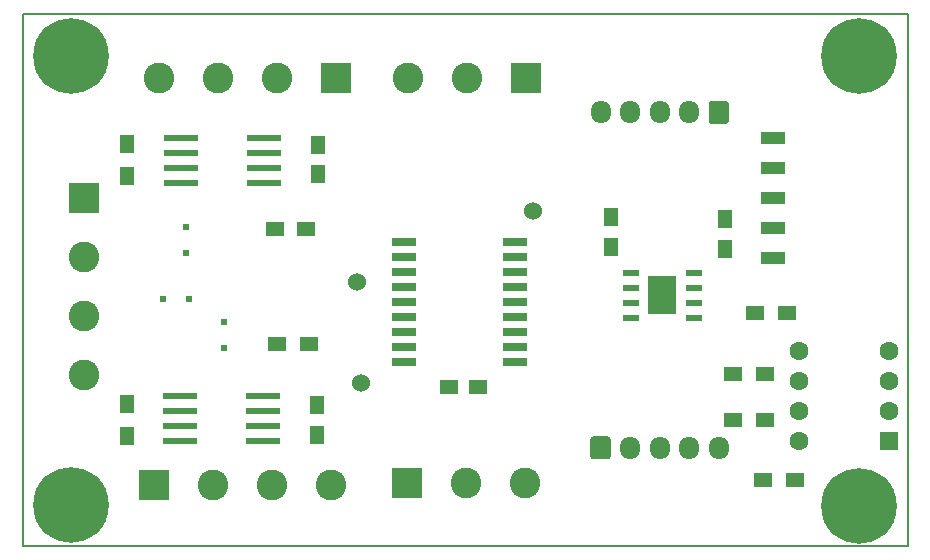
<source format=gbs>
G04 #@! TF.GenerationSoftware,KiCad,Pcbnew,(5.1.4)-1*
G04 #@! TF.CreationDate,2020-10-03T17:35:05-04:00*
G04 #@! TF.ProjectId,i2c_pancake,6932635f-7061-46e6-9361-6b652e6b6963,rev?*
G04 #@! TF.SameCoordinates,Original*
G04 #@! TF.FileFunction,Soldermask,Bot*
G04 #@! TF.FilePolarity,Negative*
%FSLAX46Y46*%
G04 Gerber Fmt 4.6, Leading zero omitted, Abs format (unit mm)*
G04 Created by KiCad (PCBNEW (5.1.4)-1) date 2020-10-03 17:35:05*
%MOMM*%
%LPD*%
G04 APERTURE LIST*
%ADD10C,0.150000*%
%ADD11R,2.413000X3.200400*%
%ADD12R,1.371600X0.482600*%
%ADD13R,0.500000X0.500000*%
%ADD14R,1.250000X1.500000*%
%ADD15R,1.500000X1.250000*%
%ADD16R,1.300000X1.500000*%
%ADD17R,1.500000X1.300000*%
%ADD18R,1.600000X1.600000*%
%ADD19C,1.600000*%
%ADD20R,3.000000X0.600000*%
%ADD21R,2.140000X0.740000*%
%ADD22C,2.600000*%
%ADD23R,2.600000X2.600000*%
%ADD24R,2.000000X1.000000*%
%ADD25O,1.700000X1.950000*%
%ADD26C,0.100000*%
%ADD27C,1.700000*%
%ADD28C,1.524000*%
%ADD29C,6.400000*%
G04 APERTURE END LIST*
D10*
X89662000Y-134239000D02*
X164554000Y-134239000D01*
X89662000Y-89253000D02*
X164554000Y-89253000D01*
X164554000Y-89253000D02*
X164554000Y-134239000D01*
X89662000Y-89253000D02*
X89662000Y-134239000D01*
D11*
X143789400Y-113030000D03*
D12*
X141122400Y-111125000D03*
X141122400Y-112395000D03*
X141122400Y-113665000D03*
X141122400Y-114935000D03*
X146456400Y-114935000D03*
X146456400Y-113665000D03*
X146456400Y-112395000D03*
X146456400Y-111125000D03*
D13*
X106705400Y-115282800D03*
X106705400Y-117482800D03*
X101516000Y-113334800D03*
X103716000Y-113334800D03*
X103428800Y-109481800D03*
X103428800Y-107281800D03*
D14*
X139446000Y-106420600D03*
X139446000Y-108920600D03*
X114554000Y-124853000D03*
X114554000Y-122353000D03*
X114654000Y-102803000D03*
X114654000Y-100303000D03*
D15*
X128185800Y-120816400D03*
X125685800Y-120816400D03*
D16*
X98454000Y-124903000D03*
X98454000Y-122203000D03*
D17*
X113854000Y-117153000D03*
X111154000Y-117153000D03*
D16*
X98454000Y-102953000D03*
X98454000Y-100253000D03*
D17*
X113654000Y-107453000D03*
X110954000Y-107453000D03*
X154986600Y-128665000D03*
X152286600Y-128665000D03*
X149754000Y-123553000D03*
X152454000Y-123553000D03*
X149804000Y-119653000D03*
X152504000Y-119653000D03*
X154347800Y-114517200D03*
X151647800Y-114517200D03*
D18*
X162954000Y-125353000D03*
D19*
X162954000Y-122813000D03*
X162954000Y-120273000D03*
X162954000Y-117733000D03*
X155334000Y-117733000D03*
X155334000Y-120273000D03*
X155334000Y-122813000D03*
X155334000Y-125353000D03*
D20*
X110054000Y-103558000D03*
X110054000Y-102288000D03*
X110054000Y-101018000D03*
X110054000Y-99748000D03*
X103054000Y-99748000D03*
X103054000Y-101018000D03*
X103054000Y-102288000D03*
X103054000Y-103558000D03*
D21*
X121885600Y-118657400D03*
X121885600Y-117387400D03*
X121885600Y-116117400D03*
X121885600Y-114847400D03*
X121885600Y-113577400D03*
X121885600Y-112307400D03*
X121885600Y-111037400D03*
X121885600Y-109767400D03*
X121885600Y-108497400D03*
X131285600Y-108497400D03*
X131285600Y-109767400D03*
X131285600Y-111037400D03*
X131285600Y-112307400D03*
X131285600Y-113577400D03*
X131285600Y-114847400D03*
X131285600Y-116117400D03*
X131285600Y-117387400D03*
X131285600Y-118657400D03*
D22*
X115754000Y-129053000D03*
X110754000Y-129053000D03*
X105754000Y-129053000D03*
D23*
X100754000Y-129053000D03*
D14*
X149090000Y-109092400D03*
X149090000Y-106592400D03*
D20*
X109954000Y-125358000D03*
X109954000Y-124088000D03*
X109954000Y-122818000D03*
X109954000Y-121548000D03*
X102954000Y-121548000D03*
X102954000Y-122818000D03*
X102954000Y-124088000D03*
X102954000Y-125358000D03*
D24*
X153154000Y-109853000D03*
X153154000Y-107313000D03*
X153154000Y-104773000D03*
X153154000Y-102233000D03*
X153154000Y-99693000D03*
D25*
X138554000Y-97553000D03*
X141054000Y-97553000D03*
X143554000Y-97553000D03*
X146054000Y-97553000D03*
D26*
G36*
X149178504Y-96579204D02*
G01*
X149202773Y-96582804D01*
X149226571Y-96588765D01*
X149249671Y-96597030D01*
X149271849Y-96607520D01*
X149292893Y-96620133D01*
X149312598Y-96634747D01*
X149330777Y-96651223D01*
X149347253Y-96669402D01*
X149361867Y-96689107D01*
X149374480Y-96710151D01*
X149384970Y-96732329D01*
X149393235Y-96755429D01*
X149399196Y-96779227D01*
X149402796Y-96803496D01*
X149404000Y-96828000D01*
X149404000Y-98278000D01*
X149402796Y-98302504D01*
X149399196Y-98326773D01*
X149393235Y-98350571D01*
X149384970Y-98373671D01*
X149374480Y-98395849D01*
X149361867Y-98416893D01*
X149347253Y-98436598D01*
X149330777Y-98454777D01*
X149312598Y-98471253D01*
X149292893Y-98485867D01*
X149271849Y-98498480D01*
X149249671Y-98508970D01*
X149226571Y-98517235D01*
X149202773Y-98523196D01*
X149178504Y-98526796D01*
X149154000Y-98528000D01*
X147954000Y-98528000D01*
X147929496Y-98526796D01*
X147905227Y-98523196D01*
X147881429Y-98517235D01*
X147858329Y-98508970D01*
X147836151Y-98498480D01*
X147815107Y-98485867D01*
X147795402Y-98471253D01*
X147777223Y-98454777D01*
X147760747Y-98436598D01*
X147746133Y-98416893D01*
X147733520Y-98395849D01*
X147723030Y-98373671D01*
X147714765Y-98350571D01*
X147708804Y-98326773D01*
X147705204Y-98302504D01*
X147704000Y-98278000D01*
X147704000Y-96828000D01*
X147705204Y-96803496D01*
X147708804Y-96779227D01*
X147714765Y-96755429D01*
X147723030Y-96732329D01*
X147733520Y-96710151D01*
X147746133Y-96689107D01*
X147760747Y-96669402D01*
X147777223Y-96651223D01*
X147795402Y-96634747D01*
X147815107Y-96620133D01*
X147836151Y-96607520D01*
X147858329Y-96597030D01*
X147881429Y-96588765D01*
X147905227Y-96582804D01*
X147929496Y-96579204D01*
X147954000Y-96578000D01*
X149154000Y-96578000D01*
X149178504Y-96579204D01*
X149178504Y-96579204D01*
G37*
D27*
X148554000Y-97553000D03*
D22*
X94854000Y-119753000D03*
X94854000Y-114753000D03*
X94854000Y-109753000D03*
D23*
X94854000Y-104753000D03*
D22*
X101154000Y-94653000D03*
X106154000Y-94653000D03*
X111154000Y-94653000D03*
D23*
X116154000Y-94653000D03*
D25*
X148554000Y-125953000D03*
X146054000Y-125953000D03*
X143554000Y-125953000D03*
X141054000Y-125953000D03*
D26*
G36*
X139178504Y-124979204D02*
G01*
X139202773Y-124982804D01*
X139226571Y-124988765D01*
X139249671Y-124997030D01*
X139271849Y-125007520D01*
X139292893Y-125020133D01*
X139312598Y-125034747D01*
X139330777Y-125051223D01*
X139347253Y-125069402D01*
X139361867Y-125089107D01*
X139374480Y-125110151D01*
X139384970Y-125132329D01*
X139393235Y-125155429D01*
X139399196Y-125179227D01*
X139402796Y-125203496D01*
X139404000Y-125228000D01*
X139404000Y-126678000D01*
X139402796Y-126702504D01*
X139399196Y-126726773D01*
X139393235Y-126750571D01*
X139384970Y-126773671D01*
X139374480Y-126795849D01*
X139361867Y-126816893D01*
X139347253Y-126836598D01*
X139330777Y-126854777D01*
X139312598Y-126871253D01*
X139292893Y-126885867D01*
X139271849Y-126898480D01*
X139249671Y-126908970D01*
X139226571Y-126917235D01*
X139202773Y-126923196D01*
X139178504Y-126926796D01*
X139154000Y-126928000D01*
X137954000Y-126928000D01*
X137929496Y-126926796D01*
X137905227Y-126923196D01*
X137881429Y-126917235D01*
X137858329Y-126908970D01*
X137836151Y-126898480D01*
X137815107Y-126885867D01*
X137795402Y-126871253D01*
X137777223Y-126854777D01*
X137760747Y-126836598D01*
X137746133Y-126816893D01*
X137733520Y-126795849D01*
X137723030Y-126773671D01*
X137714765Y-126750571D01*
X137708804Y-126726773D01*
X137705204Y-126702504D01*
X137704000Y-126678000D01*
X137704000Y-125228000D01*
X137705204Y-125203496D01*
X137708804Y-125179227D01*
X137714765Y-125155429D01*
X137723030Y-125132329D01*
X137733520Y-125110151D01*
X137746133Y-125089107D01*
X137760747Y-125069402D01*
X137777223Y-125051223D01*
X137795402Y-125034747D01*
X137815107Y-125020133D01*
X137836151Y-125007520D01*
X137858329Y-124997030D01*
X137881429Y-124988765D01*
X137905227Y-124982804D01*
X137929496Y-124979204D01*
X137954000Y-124978000D01*
X139154000Y-124978000D01*
X139178504Y-124979204D01*
X139178504Y-124979204D01*
G37*
D27*
X138554000Y-125953000D03*
D22*
X122254000Y-94653000D03*
X127254000Y-94653000D03*
D23*
X132254000Y-94653000D03*
D22*
X132154000Y-128953000D03*
X127154000Y-128953000D03*
D23*
X122154000Y-128953000D03*
D28*
X132816600Y-105892600D03*
X117957600Y-111915200D03*
X118237000Y-120472200D03*
D29*
X160454000Y-130853000D03*
X160454000Y-92753000D03*
X93754000Y-92753000D03*
X93754000Y-130753000D03*
M02*

</source>
